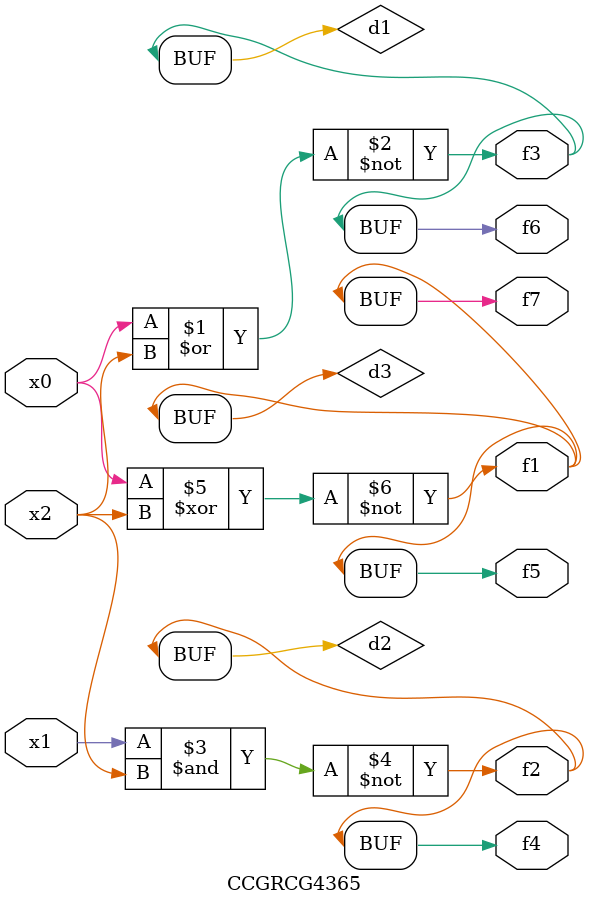
<source format=v>
module CCGRCG4365(
	input x0, x1, x2,
	output f1, f2, f3, f4, f5, f6, f7
);

	wire d1, d2, d3;

	nor (d1, x0, x2);
	nand (d2, x1, x2);
	xnor (d3, x0, x2);
	assign f1 = d3;
	assign f2 = d2;
	assign f3 = d1;
	assign f4 = d2;
	assign f5 = d3;
	assign f6 = d1;
	assign f7 = d3;
endmodule

</source>
